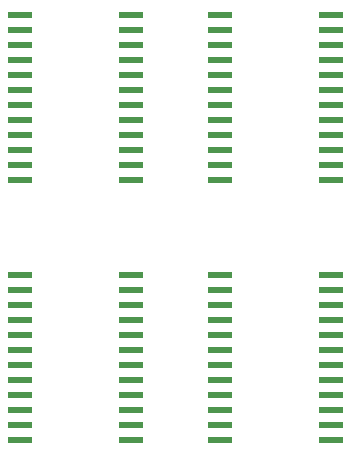
<source format=gbr>
G04 EAGLE Gerber RS-274X export*
G75*
%MOMM*%
%FSLAX34Y34*%
%LPD*%
%INSolderpaste Top*%
%IPPOS*%
%AMOC8*
5,1,8,0,0,1.08239X$1,22.5*%
G01*
%ADD10R,2.000000X0.600000*%
%ADD11R,1.950000X0.550000*%


D10*
X291582Y289814D03*
X291582Y277114D03*
X291582Y264414D03*
X291582Y251714D03*
X291582Y239014D03*
X291582Y226314D03*
X291582Y213614D03*
X291582Y200914D03*
X291582Y188214D03*
X291582Y175514D03*
X291582Y162814D03*
X291582Y150114D03*
X385582Y150114D03*
X385582Y162814D03*
X385582Y175514D03*
X385582Y188214D03*
X385582Y200914D03*
X385582Y213614D03*
X385582Y226314D03*
X385582Y239014D03*
X385582Y251714D03*
X385582Y264414D03*
X385582Y277114D03*
X385582Y289814D03*
D11*
X385582Y150114D03*
X385582Y162814D03*
X385582Y175514D03*
X385582Y188214D03*
X385582Y200914D03*
X385582Y213614D03*
X385582Y226314D03*
X385582Y239014D03*
X385582Y251714D03*
X385582Y264414D03*
X385582Y277114D03*
X385582Y289814D03*
X291582Y289814D03*
X291582Y277114D03*
X291582Y264414D03*
X291582Y251714D03*
X291582Y239014D03*
X291582Y226314D03*
X291582Y213614D03*
X291582Y200914D03*
X291582Y188214D03*
X291582Y175514D03*
X291582Y162814D03*
X291582Y150114D03*
D10*
X122164Y289814D03*
X122164Y277114D03*
X122164Y264414D03*
X122164Y251714D03*
X122164Y239014D03*
X122164Y226314D03*
X122164Y213614D03*
X122164Y200914D03*
X122164Y188214D03*
X122164Y175514D03*
X122164Y162814D03*
X122164Y150114D03*
X216164Y150114D03*
X216164Y162814D03*
X216164Y175514D03*
X216164Y188214D03*
X216164Y200914D03*
X216164Y213614D03*
X216164Y226314D03*
X216164Y239014D03*
X216164Y251714D03*
X216164Y264414D03*
X216164Y277114D03*
X216164Y289814D03*
D11*
X216164Y150114D03*
X216164Y162814D03*
X216164Y175514D03*
X216164Y188214D03*
X216164Y200914D03*
X216164Y213614D03*
X216164Y226314D03*
X216164Y239014D03*
X216164Y251714D03*
X216164Y264414D03*
X216164Y277114D03*
X216164Y289814D03*
X122164Y289814D03*
X122164Y277114D03*
X122164Y264414D03*
X122164Y251714D03*
X122164Y239014D03*
X122164Y226314D03*
X122164Y213614D03*
X122164Y200914D03*
X122164Y188214D03*
X122164Y175514D03*
X122164Y162814D03*
X122164Y150114D03*
D10*
X291582Y510032D03*
X291582Y497332D03*
X291582Y484632D03*
X291582Y471932D03*
X291582Y459232D03*
X291582Y446532D03*
X291582Y433832D03*
X291582Y421132D03*
X291582Y408432D03*
X291582Y395732D03*
X291582Y383032D03*
X291582Y370332D03*
X385582Y370332D03*
X385582Y383032D03*
X385582Y395732D03*
X385582Y408432D03*
X385582Y421132D03*
X385582Y433832D03*
X385582Y446532D03*
X385582Y459232D03*
X385582Y471932D03*
X385582Y484632D03*
X385582Y497332D03*
X385582Y510032D03*
D11*
X385582Y370332D03*
X385582Y383032D03*
X385582Y395732D03*
X385582Y408432D03*
X385582Y421132D03*
X385582Y433832D03*
X385582Y446532D03*
X385582Y459232D03*
X385582Y471932D03*
X385582Y484632D03*
X385582Y497332D03*
X385582Y510032D03*
X291582Y510032D03*
X291582Y497332D03*
X291582Y484632D03*
X291582Y471932D03*
X291582Y459232D03*
X291582Y446532D03*
X291582Y433832D03*
X291582Y421132D03*
X291582Y408432D03*
X291582Y395732D03*
X291582Y383032D03*
X291582Y370332D03*
D10*
X122164Y510032D03*
X122164Y497332D03*
X122164Y484632D03*
X122164Y471932D03*
X122164Y459232D03*
X122164Y446532D03*
X122164Y433832D03*
X122164Y421132D03*
X122164Y408432D03*
X122164Y395732D03*
X122164Y383032D03*
X122164Y370332D03*
X216164Y370332D03*
X216164Y383032D03*
X216164Y395732D03*
X216164Y408432D03*
X216164Y421132D03*
X216164Y433832D03*
X216164Y446532D03*
X216164Y459232D03*
X216164Y471932D03*
X216164Y484632D03*
X216164Y497332D03*
X216164Y510032D03*
D11*
X216164Y370332D03*
X216164Y383032D03*
X216164Y395732D03*
X216164Y408432D03*
X216164Y421132D03*
X216164Y433832D03*
X216164Y446532D03*
X216164Y459232D03*
X216164Y471932D03*
X216164Y484632D03*
X216164Y497332D03*
X216164Y510032D03*
X122164Y510032D03*
X122164Y497332D03*
X122164Y484632D03*
X122164Y471932D03*
X122164Y459232D03*
X122164Y446532D03*
X122164Y433832D03*
X122164Y421132D03*
X122164Y408432D03*
X122164Y395732D03*
X122164Y383032D03*
X122164Y370332D03*
M02*

</source>
